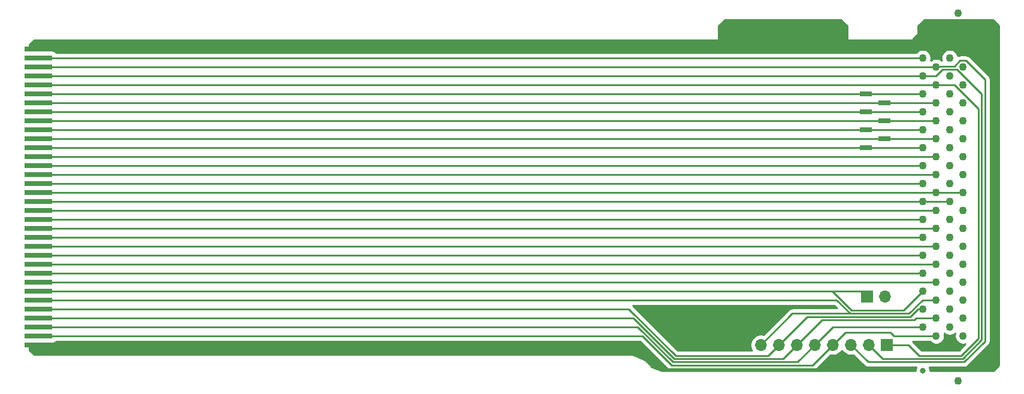
<source format=gbr>
%TF.GenerationSoftware,KiCad,Pcbnew,(5.1.10)-1*%
%TF.CreationDate,2021-12-05T17:06:37+00:00*%
%TF.ProjectId,devboard,64657662-6f61-4726-942e-6b696361645f,rev?*%
%TF.SameCoordinates,Original*%
%TF.FileFunction,Copper,L1,Top*%
%TF.FilePolarity,Positive*%
%FSLAX46Y46*%
G04 Gerber Fmt 4.6, Leading zero omitted, Abs format (unit mm)*
G04 Created by KiCad (PCBNEW (5.1.10)-1) date 2021-12-05 17:06:37*
%MOMM*%
%LPD*%
G01*
G04 APERTURE LIST*
%TA.AperFunction,ComponentPad*%
%ADD10C,1.100000*%
%TD*%
%TA.AperFunction,SMDPad,CuDef*%
%ADD11R,1.800000X0.650000*%
%TD*%
%TA.AperFunction,ComponentPad*%
%ADD12O,1.700000X1.700000*%
%TD*%
%TA.AperFunction,ComponentPad*%
%ADD13R,1.700000X1.700000*%
%TD*%
%TA.AperFunction,SMDPad,CuDef*%
%ADD14R,4.000000X0.800000*%
%TD*%
%TA.AperFunction,ViaPad*%
%ADD15C,0.800000*%
%TD*%
%TA.AperFunction,Conductor*%
%ADD16C,0.250000*%
%TD*%
%TA.AperFunction,Conductor*%
%ADD17C,0.254000*%
%TD*%
%TA.AperFunction,Conductor*%
%ADD18C,0.100000*%
%TD*%
G04 APERTURE END LIST*
D10*
%TO.P,J2,MH2*%
%TO.N,N/C*%
X209231000Y-109347000D03*
%TO.P,J2,MH1*%
X209231000Y-57277000D03*
%TO.P,J2,68*%
%TO.N,GND*%
X209931000Y-62357000D03*
%TO.P,J2,67*%
%TO.N,/CD2*%
X208026000Y-63627000D03*
%TO.P,J2,66*%
%TO.N,/D10*%
X209931000Y-64897000D03*
%TO.P,J2,65*%
%TO.N,/D9*%
X208026000Y-66167000D03*
%TO.P,J2,64*%
%TO.N,/D8*%
X209931000Y-67437000D03*
%TO.P,J2,63*%
%TO.N,/STSHG*%
X208026000Y-68707000D03*
%TO.P,J2,62*%
%TO.N,/SPKR*%
X209931000Y-69977000D03*
%TO.P,J2,61*%
%TO.N,/REG*%
X208026000Y-71247000D03*
%TO.P,J2,60*%
%TO.N,/INPACK*%
X209931000Y-72517000D03*
%TO.P,J2,59*%
%TO.N,/WAIT*%
X208026000Y-73787000D03*
%TO.P,J2,58*%
%TO.N,/RESET*%
X209931000Y-75057000D03*
%TO.P,J2,57*%
%TO.N,/VS2*%
X208026000Y-76327000D03*
%TO.P,J2,56*%
%TO.N,/A25*%
X209931000Y-77597000D03*
%TO.P,J2,55*%
%TO.N,/A24*%
X208026000Y-78867000D03*
%TO.P,J2,54*%
%TO.N,/A23*%
X209931000Y-80137000D03*
%TO.P,J2,53*%
%TO.N,/A22*%
X208026000Y-81407000D03*
%TO.P,J2,52*%
%TO.N,/VPP*%
X209931000Y-82677000D03*
%TO.P,J2,51*%
%TO.N,/VCC*%
X208026000Y-83947000D03*
%TO.P,J2,50*%
%TO.N,/A21*%
X209931000Y-85217000D03*
%TO.P,J2,49*%
%TO.N,/A20*%
X208026000Y-86487000D03*
%TO.P,J2,48*%
%TO.N,/A19*%
X209931000Y-87757000D03*
%TO.P,J2,47*%
%TO.N,/A18*%
X208026000Y-89027000D03*
%TO.P,J2,46*%
%TO.N,/A17*%
X209931000Y-90297000D03*
%TO.P,J2,45*%
%TO.N,/IOWR*%
X208026000Y-91567000D03*
%TO.P,J2,44*%
%TO.N,/IORD*%
X209931000Y-92837000D03*
%TO.P,J2,43*%
%TO.N,/VS1*%
X208026000Y-94107000D03*
%TO.P,J2,42*%
%TO.N,/CE2*%
X209931000Y-95377000D03*
%TO.P,J2,41*%
%TO.N,/D15*%
X208026000Y-96647000D03*
%TO.P,J2,40*%
%TO.N,/D14*%
X209931000Y-97917000D03*
%TO.P,J2,39*%
%TO.N,/D13*%
X208026000Y-99187000D03*
%TO.P,J2,38*%
%TO.N,/D12*%
X209931000Y-100457000D03*
%TO.P,J2,37*%
%TO.N,/D11*%
X208026000Y-101727000D03*
%TO.P,J2,36*%
%TO.N,/CD1*%
X209931000Y-102997000D03*
%TO.P,J2,35*%
%TO.N,GND*%
X208026000Y-104267000D03*
%TO.P,J2,34*%
X206122000Y-62357000D03*
%TO.P,J2,33*%
%TO.N,/IOIS16*%
X204216000Y-63627000D03*
%TO.P,J2,32*%
%TO.N,/D2*%
X206122000Y-64897000D03*
%TO.P,J2,31*%
%TO.N,/D1*%
X204216000Y-66167000D03*
%TO.P,J2,30*%
%TO.N,/D0*%
X206122000Y-67437000D03*
%TO.P,J2,29*%
%TO.N,/A0*%
X204216000Y-68707000D03*
%TO.P,J2,28*%
%TO.N,/A1*%
X206122000Y-69977000D03*
%TO.P,J2,27*%
%TO.N,/A2*%
X204216000Y-71247000D03*
%TO.P,J2,26*%
%TO.N,/A3*%
X206122000Y-72517000D03*
%TO.P,J2,25*%
%TO.N,/A4*%
X204216000Y-73787000D03*
%TO.P,J2,24*%
%TO.N,/A5*%
X206122000Y-75057000D03*
%TO.P,J2,23*%
%TO.N,/A6*%
X204216000Y-76327000D03*
%TO.P,J2,22*%
%TO.N,/A7*%
X206122000Y-77597000D03*
%TO.P,J2,21*%
%TO.N,/A12*%
X204216000Y-78867000D03*
%TO.P,J2,20*%
%TO.N,/A15*%
X206122000Y-80137000D03*
%TO.P,J2,19*%
%TO.N,/A16*%
X204216000Y-81407000D03*
%TO.P,J2,18*%
%TO.N,/VPP*%
X206122000Y-82677000D03*
%TO.P,J2,17*%
%TO.N,/VCC*%
X204216000Y-83947000D03*
%TO.P,J2,16*%
%TO.N,/IREQ*%
X206122000Y-85217000D03*
%TO.P,J2,15*%
%TO.N,/WE*%
X204216000Y-86487000D03*
%TO.P,J2,14*%
%TO.N,/A14*%
X206122000Y-87757000D03*
%TO.P,J2,13*%
%TO.N,/A13*%
X204216000Y-89027000D03*
%TO.P,J2,12*%
%TO.N,/A8*%
X206122000Y-90297000D03*
%TO.P,J2,11*%
%TO.N,/A9*%
X204216000Y-91567000D03*
%TO.P,J2,10*%
%TO.N,/A11*%
X206122000Y-92837000D03*
%TO.P,J2,9*%
%TO.N,/OE*%
X204216000Y-94107000D03*
%TO.P,J2,8*%
%TO.N,/A10*%
X206122000Y-95377000D03*
%TO.P,J2,7*%
%TO.N,/CE1*%
X204216000Y-96647000D03*
%TO.P,J2,6*%
%TO.N,/D7*%
X206122000Y-97917000D03*
%TO.P,J2,5*%
%TO.N,/D6*%
X204216000Y-99187000D03*
%TO.P,J2,4*%
%TO.N,/D5*%
X206122000Y-100457000D03*
%TO.P,J2,3*%
%TO.N,/D4*%
X204216000Y-101727000D03*
%TO.P,J2,2*%
%TO.N,/D3*%
X206122000Y-102997000D03*
%TO.P,J2,1*%
%TO.N,GND*%
X204216000Y-104267000D03*
%TD*%
D11*
%TO.P,J4,6*%
%TO.N,/A5*%
X198835000Y-75057000D03*
%TO.P,J4,4*%
%TO.N,/A3*%
X198835000Y-72517000D03*
%TO.P,J4,2*%
%TO.N,/A1*%
X198835000Y-69977000D03*
%TO.P,J4,7*%
%TO.N,/A6*%
X196135000Y-76327000D03*
%TO.P,J4,5*%
%TO.N,/A4*%
X196135000Y-73787000D03*
%TO.P,J4,3*%
%TO.N,/A2*%
X196135000Y-71247000D03*
%TO.P,J4,1*%
%TO.N,/A0*%
X196135000Y-68707000D03*
%TD*%
D12*
%TO.P,J7,4*%
%TO.N,GND*%
X181356000Y-59944000D03*
%TO.P,J7,3*%
X183896000Y-59944000D03*
%TO.P,J7,2*%
X186436000Y-59944000D03*
D13*
%TO.P,J7,1*%
X188976000Y-59944000D03*
%TD*%
D12*
%TO.P,J6,2*%
%TO.N,/CE2*%
X198882000Y-97409000D03*
D13*
%TO.P,J6,1*%
%TO.N,/CE1*%
X196342000Y-97409000D03*
%TD*%
D12*
%TO.P,J3,8*%
%TO.N,/D7*%
X181356000Y-104267000D03*
%TO.P,J3,7*%
%TO.N,/D6*%
X183896000Y-104267000D03*
%TO.P,J3,6*%
%TO.N,/D5*%
X186436000Y-104267000D03*
%TO.P,J3,5*%
%TO.N,/D4*%
X188976000Y-104267000D03*
%TO.P,J3,4*%
%TO.N,/D3*%
X191516000Y-104267000D03*
%TO.P,J3,3*%
%TO.N,/D2*%
X194056000Y-104267000D03*
%TO.P,J3,2*%
%TO.N,/D1*%
X196596000Y-104267000D03*
D13*
%TO.P,J3,1*%
%TO.N,/D0*%
X199136000Y-104267000D03*
%TD*%
D14*
%TO.P,J1,1*%
%TO.N,GND*%
X79280000Y-104262000D03*
%TO.P,J1,2*%
%TO.N,/D3*%
X79280000Y-102992000D03*
%TO.P,J1,3*%
%TO.N,/D4*%
X79280000Y-101722000D03*
%TO.P,J1,4*%
%TO.N,/D5*%
X79280000Y-100452000D03*
%TO.P,J1,5*%
%TO.N,/D6*%
X79280000Y-99182000D03*
%TO.P,J1,6*%
%TO.N,/D7*%
X79280000Y-97912000D03*
%TO.P,J1,7*%
%TO.N,/CE1*%
X79280000Y-96642000D03*
%TO.P,J1,8*%
%TO.N,/A10*%
X79280000Y-95372000D03*
%TO.P,J1,9*%
%TO.N,/OE*%
X79280000Y-94102000D03*
%TO.P,J1,10*%
%TO.N,/A11*%
X79280000Y-92832000D03*
%TO.P,J1,11*%
%TO.N,/A9*%
X79280000Y-91562000D03*
%TO.P,J1,12*%
%TO.N,/A8*%
X79280000Y-90292000D03*
%TO.P,J1,13*%
%TO.N,/A13*%
X79280000Y-89022000D03*
%TO.P,J1,14*%
%TO.N,/A14*%
X79280000Y-87752000D03*
%TO.P,J1,15*%
%TO.N,/WE*%
X79280000Y-86482000D03*
%TO.P,J1,16*%
%TO.N,/IREQ*%
X79280000Y-85212000D03*
%TO.P,J1,17*%
%TO.N,/VCC*%
X79280000Y-83942000D03*
%TO.P,J1,18*%
%TO.N,/VPP*%
X79280000Y-82672000D03*
%TO.P,J1,19*%
%TO.N,/A16*%
X79280000Y-81402000D03*
%TO.P,J1,20*%
%TO.N,/A15*%
X79280000Y-80132000D03*
%TO.P,J1,21*%
%TO.N,/A12*%
X79280000Y-78862000D03*
%TO.P,J1,22*%
%TO.N,/A7*%
X79280000Y-77592000D03*
%TO.P,J1,23*%
%TO.N,/A6*%
X79280000Y-76322000D03*
%TO.P,J1,24*%
%TO.N,/A5*%
X79280000Y-75052000D03*
%TO.P,J1,25*%
%TO.N,/A4*%
X79280000Y-73782000D03*
%TO.P,J1,26*%
%TO.N,/A3*%
X79280000Y-72512000D03*
%TO.P,J1,27*%
%TO.N,/A2*%
X79280000Y-71242000D03*
%TO.P,J1,28*%
%TO.N,/A1*%
X79280000Y-69972000D03*
%TO.P,J1,29*%
%TO.N,/A0*%
X79280000Y-68702000D03*
%TO.P,J1,30*%
%TO.N,/D0*%
X79280000Y-67432000D03*
%TO.P,J1,31*%
%TO.N,/D1*%
X79280000Y-66162000D03*
%TO.P,J1,32*%
%TO.N,/D2*%
X79280000Y-64892000D03*
%TO.P,J1,33*%
%TO.N,/IOIS16*%
X79280000Y-63622000D03*
%TO.P,J1,34*%
%TO.N,GND*%
X79280000Y-62352000D03*
%TD*%
D15*
%TO.N,GND*%
X164211000Y-104267000D03*
X173360000Y-104262000D03*
X82677000Y-61595000D03*
X82677000Y-105156000D03*
X213741000Y-105156000D03*
X213741000Y-61595000D03*
X138811000Y-105283000D03*
X138811000Y-61722000D03*
X192786000Y-107061000D03*
%TO.N,/GND*%
X204216000Y-107950000D03*
%TO.N,GND*%
X204724000Y-59436000D03*
%TD*%
D16*
%TO.N,GND*%
X206117000Y-62352000D02*
X206122000Y-62357000D01*
X79280000Y-62352000D02*
X206117000Y-62352000D01*
X206122000Y-62357000D02*
X209931000Y-62357000D01*
X204216000Y-104267000D02*
X208026000Y-104267000D01*
X204211000Y-104262000D02*
X204216000Y-104267000D01*
X79285000Y-104267000D02*
X79280000Y-104262000D01*
X164211000Y-104267000D02*
X79285000Y-104267000D01*
X167640000Y-107696000D02*
X164211000Y-104267000D01*
X190119000Y-107696000D02*
X167640000Y-107696000D01*
%TO.N,/D3*%
X206117000Y-102992000D02*
X206122000Y-102997000D01*
X191516000Y-104267000D02*
X193294000Y-102489000D01*
X200151002Y-102997000D02*
X206122000Y-102997000D01*
X199643002Y-102489000D02*
X200151002Y-102997000D01*
X193294000Y-102489000D02*
X199643002Y-102489000D01*
X168736030Y-107141030D02*
X188641970Y-107141030D01*
X188641970Y-107141030D02*
X191516000Y-104267000D01*
X164587000Y-102992000D02*
X168736030Y-107141030D01*
X79280000Y-102992000D02*
X164587000Y-102992000D01*
%TO.N,/D4*%
X204211000Y-101722000D02*
X204216000Y-101727000D01*
X191516000Y-101727000D02*
X188976000Y-104267000D01*
X192786000Y-101727000D02*
X191516000Y-101727000D01*
X204216000Y-101727000D02*
X192786000Y-101727000D01*
X192786000Y-101727000D02*
X192619000Y-101727000D01*
X186551980Y-106691020D02*
X188976000Y-104267000D01*
X180349610Y-106691020D02*
X181748020Y-106691020D01*
X181748020Y-106691020D02*
X186551980Y-106691020D01*
X163953410Y-101722000D02*
X162438000Y-101722000D01*
X168922430Y-106691020D02*
X163953410Y-101722000D01*
X180074980Y-106691020D02*
X168922430Y-106691020D01*
X79280000Y-101722000D02*
X162438000Y-101722000D01*
X181748020Y-106691020D02*
X180074980Y-106691020D01*
X180074980Y-106691020D02*
X178711430Y-106691020D01*
%TO.N,/D5*%
X203327000Y-100457000D02*
X206122000Y-100457000D01*
X203048960Y-100735040D02*
X203327000Y-100457000D01*
X194031960Y-100735040D02*
X203048960Y-100735040D01*
X193577810Y-100735040D02*
X194031960Y-100735040D01*
X189967960Y-100735040D02*
X186436000Y-104267000D01*
X191070960Y-100735040D02*
X191286040Y-100735040D01*
X191286040Y-100735040D02*
X189967960Y-100735040D01*
X191286040Y-100735040D02*
X194031960Y-100735040D01*
X162946000Y-100452000D02*
X79280000Y-100452000D01*
X163319820Y-100452000D02*
X162946000Y-100452000D01*
X169108830Y-106241010D02*
X163319820Y-100452000D01*
X184461990Y-106241010D02*
X169108830Y-106241010D01*
X186436000Y-104267000D02*
X184461990Y-106241010D01*
%TO.N,/D6*%
X203576770Y-99187000D02*
X204216000Y-99187000D01*
X202478740Y-100285030D02*
X203576770Y-99187000D01*
X187877970Y-100285030D02*
X194735970Y-100285030D01*
X183896000Y-104267000D02*
X187877970Y-100285030D01*
X194735970Y-100285030D02*
X202478740Y-100285030D01*
X193764210Y-100285030D02*
X194735970Y-100285030D01*
X161676000Y-99182000D02*
X79280000Y-99182000D01*
X162686230Y-99182000D02*
X161676000Y-99182000D01*
X169295230Y-105791000D02*
X162686230Y-99182000D01*
X182372000Y-105791000D02*
X169295230Y-105791000D01*
X183896000Y-104267000D02*
X182372000Y-105791000D01*
%TO.N,/D7*%
X204180630Y-97917000D02*
X206122000Y-97917000D01*
X202262610Y-99835020D02*
X204180630Y-97917000D01*
X185787980Y-99835020D02*
X181356000Y-104267000D01*
X195085020Y-99835020D02*
X202262610Y-99835020D01*
X187973020Y-99835020D02*
X194196020Y-99835020D01*
X193950610Y-99835020D02*
X194196020Y-99835020D01*
X79280000Y-97912000D02*
X176154000Y-97912000D01*
X194196020Y-99835020D02*
X195085020Y-99835020D01*
X193950610Y-99835020D02*
X194450020Y-99835020D01*
X185679000Y-97912000D02*
X192027590Y-97912000D01*
X194450020Y-99835020D02*
X185787980Y-99835020D01*
X192027590Y-97912000D02*
X193950610Y-99835020D01*
X195085020Y-99835020D02*
X194450020Y-99835020D01*
X176154000Y-97912000D02*
X185679000Y-97912000D01*
X185679000Y-97912000D02*
X186050000Y-97912000D01*
%TO.N,/CE1*%
X195575000Y-96642000D02*
X196342000Y-97409000D01*
X79280000Y-96642000D02*
X190632000Y-96642000D01*
X190632000Y-96642000D02*
X191130000Y-96642000D01*
X201477990Y-99385010D02*
X204216000Y-96647000D01*
X194137010Y-99385010D02*
X201477990Y-99385010D01*
X191394000Y-96642000D02*
X194137010Y-99385010D01*
X190632000Y-96642000D02*
X191394000Y-96642000D01*
X191394000Y-96642000D02*
X195575000Y-96642000D01*
%TO.N,/A10*%
X206117000Y-95372000D02*
X206122000Y-95377000D01*
X79280000Y-95372000D02*
X206117000Y-95372000D01*
%TO.N,/OE*%
X204211000Y-94102000D02*
X204216000Y-94107000D01*
X79280000Y-94102000D02*
X204211000Y-94102000D01*
%TO.N,/A11*%
X206117000Y-92832000D02*
X206122000Y-92837000D01*
X79280000Y-92832000D02*
X206117000Y-92832000D01*
%TO.N,/A9*%
X204211000Y-91562000D02*
X204216000Y-91567000D01*
X196977000Y-91567000D02*
X196972000Y-91562000D01*
X204216000Y-91567000D02*
X196977000Y-91567000D01*
X79280000Y-91562000D02*
X196972000Y-91562000D01*
%TO.N,/A8*%
X79280000Y-90292000D02*
X206117000Y-90292000D01*
X206117000Y-90292000D02*
X206122000Y-90297000D01*
%TO.N,/A13*%
X79280000Y-89022000D02*
X204211000Y-89022000D01*
X204211000Y-89022000D02*
X204216000Y-89027000D01*
%TO.N,/A14*%
X206117000Y-87752000D02*
X206122000Y-87757000D01*
X79280000Y-87752000D02*
X206117000Y-87752000D01*
%TO.N,/WE*%
X204211000Y-86482000D02*
X204216000Y-86487000D01*
X79280000Y-86482000D02*
X204211000Y-86482000D01*
%TO.N,/IREQ*%
X206117000Y-85212000D02*
X206122000Y-85217000D01*
X79280000Y-85212000D02*
X206117000Y-85212000D01*
%TO.N,/VCC*%
X204211000Y-83942000D02*
X204216000Y-83947000D01*
X79280000Y-83942000D02*
X204211000Y-83942000D01*
X204216000Y-83947000D02*
X208026000Y-83947000D01*
%TO.N,/VPP*%
X206122000Y-82677000D02*
X209931000Y-82677000D01*
X206117000Y-82672000D02*
X206122000Y-82677000D01*
X79280000Y-82672000D02*
X206117000Y-82672000D01*
%TO.N,/A16*%
X204211000Y-81402000D02*
X204216000Y-81407000D01*
X79280000Y-81402000D02*
X204211000Y-81402000D01*
%TO.N,/A15*%
X206117000Y-80132000D02*
X206122000Y-80137000D01*
X79280000Y-80132000D02*
X206117000Y-80132000D01*
%TO.N,/A12*%
X204211000Y-78862000D02*
X204216000Y-78867000D01*
X79280000Y-78862000D02*
X204211000Y-78862000D01*
%TO.N,/A7*%
X204241002Y-77597000D02*
X206122000Y-77597000D01*
X204236002Y-77592000D02*
X204241002Y-77597000D01*
X79280000Y-77592000D02*
X204236002Y-77592000D01*
%TO.N,/A6*%
X202981002Y-76327000D02*
X204216000Y-76327000D01*
X202976002Y-76322000D02*
X202981002Y-76327000D01*
X79280000Y-76322000D02*
X202976002Y-76322000D01*
%TO.N,/A5*%
X206117000Y-75052000D02*
X206122000Y-75057000D01*
X79280000Y-75052000D02*
X206117000Y-75052000D01*
%TO.N,/A4*%
X204211000Y-73782000D02*
X204216000Y-73787000D01*
X79280000Y-73782000D02*
X204211000Y-73782000D01*
%TO.N,/A3*%
X206117000Y-72512000D02*
X206122000Y-72517000D01*
X79280000Y-72512000D02*
X206117000Y-72512000D01*
%TO.N,/A2*%
X204211000Y-71242000D02*
X204216000Y-71247000D01*
X79280000Y-71242000D02*
X204211000Y-71242000D01*
%TO.N,/A1*%
X206117000Y-69972000D02*
X206122000Y-69977000D01*
X79280000Y-69972000D02*
X206117000Y-69972000D01*
%TO.N,/A0*%
X204211000Y-68702000D02*
X204216000Y-68707000D01*
X79280000Y-68702000D02*
X204211000Y-68702000D01*
%TO.N,/D0*%
X206117000Y-67432000D02*
X206122000Y-67437000D01*
X79280000Y-67432000D02*
X206117000Y-67432000D01*
X199136000Y-104267000D02*
X202184000Y-104267000D01*
X202184000Y-104267000D02*
X203708000Y-105791000D01*
X203708000Y-105791000D02*
X209677000Y-105791000D01*
X209677000Y-105791000D02*
X212090000Y-103378000D01*
X208686002Y-67437000D02*
X206122000Y-67437000D01*
X212090000Y-70840998D02*
X208686002Y-67437000D01*
X212090000Y-103378000D02*
X212090000Y-70840998D01*
%TO.N,/D1*%
X204211000Y-66162000D02*
X204216000Y-66167000D01*
X79280000Y-66162000D02*
X204211000Y-66162000D01*
X206122000Y-66167000D02*
X204216000Y-66167000D01*
X209081001Y-65291999D02*
X206997001Y-65291999D01*
X206997001Y-65291999D02*
X206122000Y-66167000D01*
X211256011Y-67467009D02*
X211150001Y-67360999D01*
X211150001Y-67360999D02*
X209081001Y-65291999D01*
X212540010Y-68751008D02*
X211150001Y-67360999D01*
X212540010Y-103564400D02*
X212540010Y-68751008D01*
X209863401Y-106241009D02*
X212540010Y-103564400D01*
X198570009Y-106241009D02*
X209863401Y-106241009D01*
X196596000Y-104267000D02*
X198570009Y-106241009D01*
%TO.N,/D2*%
X206117000Y-64892000D02*
X206122000Y-64897000D01*
X79280000Y-64892000D02*
X206117000Y-64892000D01*
X211706021Y-65377019D02*
X210351001Y-64021999D01*
X210351001Y-64021999D02*
X209510999Y-64021999D01*
X212990020Y-66661018D02*
X210351001Y-64021999D01*
X206177011Y-64841989D02*
X206122000Y-64897000D01*
X212990020Y-103750800D02*
X212990020Y-66661018D01*
X209510999Y-64021999D02*
X208691009Y-64841989D01*
X210049802Y-106691018D02*
X212990020Y-103750800D01*
X208691009Y-64841989D02*
X206177011Y-64841989D01*
X196480019Y-106691019D02*
X210049802Y-106691018D01*
X194056000Y-104267000D02*
X196480019Y-106691019D01*
%TO.N,/IOIS16*%
X204211000Y-63622000D02*
X204216000Y-63627000D01*
X79280000Y-63622000D02*
X204211000Y-63622000D01*
%TO.N,GND*%
X181356000Y-59944000D02*
X183896000Y-59944000D01*
X183896000Y-59944000D02*
X186436000Y-59944000D01*
X186436000Y-59944000D02*
X188976000Y-59944000D01*
X206122000Y-60834000D02*
X204724000Y-59436000D01*
X206122000Y-62357000D02*
X206122000Y-60834000D01*
%TD*%
D17*
%TO.N,GND*%
X168172235Y-107652038D02*
X168196029Y-107681031D01*
X168225022Y-107704825D01*
X168225026Y-107704829D01*
X168295715Y-107762841D01*
X168311754Y-107776004D01*
X168443783Y-107846576D01*
X168587044Y-107890033D01*
X168698697Y-107901030D01*
X168698706Y-107901030D01*
X168736029Y-107904706D01*
X168773352Y-107901030D01*
X188604648Y-107901030D01*
X188641970Y-107904706D01*
X188679292Y-107901030D01*
X188679303Y-107901030D01*
X188790956Y-107890033D01*
X188934217Y-107846576D01*
X189066246Y-107776004D01*
X189181971Y-107681031D01*
X189205774Y-107652027D01*
X191149592Y-105708210D01*
X191369740Y-105752000D01*
X191662260Y-105752000D01*
X191949158Y-105694932D01*
X192219411Y-105582990D01*
X192462632Y-105420475D01*
X192669475Y-105213632D01*
X192786000Y-105039240D01*
X192902525Y-105213632D01*
X193109368Y-105420475D01*
X193352589Y-105582990D01*
X193622842Y-105694932D01*
X193909740Y-105752000D01*
X194202260Y-105752000D01*
X194422408Y-105708209D01*
X195916225Y-107202027D01*
X195940019Y-107231020D01*
X195969012Y-107254814D01*
X195969016Y-107254818D01*
X196055743Y-107325993D01*
X196187772Y-107396565D01*
X196331033Y-107440022D01*
X196480019Y-107454696D01*
X196517352Y-107451019D01*
X203304626Y-107451018D01*
X203298795Y-107459744D01*
X203220774Y-107648102D01*
X203181000Y-107848061D01*
X203181000Y-107925000D01*
X167282302Y-107925000D01*
X165988834Y-107389228D01*
X165007910Y-106408304D01*
X164988664Y-106392510D01*
X164966708Y-106380774D01*
X163259601Y-105673667D01*
X163235776Y-105666440D01*
X163211000Y-105664000D01*
X78649606Y-105664000D01*
X78003000Y-105017394D01*
X78003000Y-104030072D01*
X81280000Y-104030072D01*
X81404482Y-104017812D01*
X81524180Y-103981502D01*
X81634494Y-103922537D01*
X81731185Y-103843185D01*
X81806018Y-103752000D01*
X164272199Y-103752000D01*
X168172235Y-107652038D01*
%TA.AperFunction,Conductor*%
D18*
G36*
X168172235Y-107652038D02*
G01*
X168196029Y-107681031D01*
X168225022Y-107704825D01*
X168225026Y-107704829D01*
X168295715Y-107762841D01*
X168311754Y-107776004D01*
X168443783Y-107846576D01*
X168587044Y-107890033D01*
X168698697Y-107901030D01*
X168698706Y-107901030D01*
X168736029Y-107904706D01*
X168773352Y-107901030D01*
X188604648Y-107901030D01*
X188641970Y-107904706D01*
X188679292Y-107901030D01*
X188679303Y-107901030D01*
X188790956Y-107890033D01*
X188934217Y-107846576D01*
X189066246Y-107776004D01*
X189181971Y-107681031D01*
X189205774Y-107652027D01*
X191149592Y-105708210D01*
X191369740Y-105752000D01*
X191662260Y-105752000D01*
X191949158Y-105694932D01*
X192219411Y-105582990D01*
X192462632Y-105420475D01*
X192669475Y-105213632D01*
X192786000Y-105039240D01*
X192902525Y-105213632D01*
X193109368Y-105420475D01*
X193352589Y-105582990D01*
X193622842Y-105694932D01*
X193909740Y-105752000D01*
X194202260Y-105752000D01*
X194422408Y-105708209D01*
X195916225Y-107202027D01*
X195940019Y-107231020D01*
X195969012Y-107254814D01*
X195969016Y-107254818D01*
X196055743Y-107325993D01*
X196187772Y-107396565D01*
X196331033Y-107440022D01*
X196480019Y-107454696D01*
X196517352Y-107451019D01*
X203304626Y-107451018D01*
X203298795Y-107459744D01*
X203220774Y-107648102D01*
X203181000Y-107848061D01*
X203181000Y-107925000D01*
X167282302Y-107925000D01*
X165988834Y-107389228D01*
X165007910Y-106408304D01*
X164988664Y-106392510D01*
X164966708Y-106380774D01*
X163259601Y-105673667D01*
X163235776Y-105666440D01*
X163211000Y-105664000D01*
X78649606Y-105664000D01*
X78003000Y-105017394D01*
X78003000Y-104030072D01*
X81280000Y-104030072D01*
X81404482Y-104017812D01*
X81524180Y-103981502D01*
X81634494Y-103922537D01*
X81731185Y-103843185D01*
X81806018Y-103752000D01*
X164272199Y-103752000D01*
X168172235Y-107652038D01*
G37*
%TD.AperFunction*%
D17*
X215011000Y-62012606D02*
X215011000Y-107151394D01*
X214237394Y-107925000D01*
X205251000Y-107925000D01*
X205251000Y-107848061D01*
X205211226Y-107648102D01*
X205133205Y-107459744D01*
X205127374Y-107451018D01*
X210012470Y-107451017D01*
X210049802Y-107454694D01*
X210087135Y-107451017D01*
X210198788Y-107440020D01*
X210242244Y-107426838D01*
X210342048Y-107396564D01*
X210474078Y-107325992D01*
X210560804Y-107254817D01*
X210560805Y-107254816D01*
X210589803Y-107231018D01*
X210613601Y-107202020D01*
X213501024Y-104314598D01*
X213530021Y-104290801D01*
X213624994Y-104175076D01*
X213695566Y-104043047D01*
X213739023Y-103899786D01*
X213750020Y-103788133D01*
X213750020Y-103788124D01*
X213753696Y-103750801D01*
X213750020Y-103713478D01*
X213750020Y-66698340D01*
X213753696Y-66661017D01*
X213750020Y-66623694D01*
X213750020Y-66623685D01*
X213739023Y-66512032D01*
X213695566Y-66368771D01*
X213624994Y-66236742D01*
X213611831Y-66220703D01*
X213553819Y-66150014D01*
X213553815Y-66150010D01*
X213530021Y-66121017D01*
X213501028Y-66097223D01*
X210914805Y-63511002D01*
X210891002Y-63481998D01*
X210775277Y-63387025D01*
X210643248Y-63316453D01*
X210499987Y-63272996D01*
X210388334Y-63261999D01*
X210388323Y-63261999D01*
X210351001Y-63258323D01*
X210313679Y-63261999D01*
X209548321Y-63261999D01*
X209510999Y-63258323D01*
X209473676Y-63261999D01*
X209473666Y-63261999D01*
X209362013Y-63272996D01*
X209218752Y-63316453D01*
X209176894Y-63338827D01*
X209165461Y-63281348D01*
X209076134Y-63065692D01*
X208946450Y-62871606D01*
X208781394Y-62706550D01*
X208587308Y-62576866D01*
X208371652Y-62487539D01*
X208142712Y-62442000D01*
X207909288Y-62442000D01*
X207680348Y-62487539D01*
X207464692Y-62576866D01*
X207270606Y-62706550D01*
X207105550Y-62871606D01*
X206975866Y-63065692D01*
X206886539Y-63281348D01*
X206841000Y-63510288D01*
X206841000Y-63743712D01*
X206886539Y-63972652D01*
X206895762Y-63994918D01*
X206877394Y-63976550D01*
X206683308Y-63846866D01*
X206467652Y-63757539D01*
X206238712Y-63712000D01*
X206005288Y-63712000D01*
X205776348Y-63757539D01*
X205560692Y-63846866D01*
X205366606Y-63976550D01*
X205344824Y-63998332D01*
X205355461Y-63972652D01*
X205401000Y-63743712D01*
X205401000Y-63510288D01*
X205355461Y-63281348D01*
X205266134Y-63065692D01*
X205136450Y-62871606D01*
X204971394Y-62706550D01*
X204777308Y-62576866D01*
X204561652Y-62487539D01*
X204332712Y-62442000D01*
X204099288Y-62442000D01*
X203870348Y-62487539D01*
X203654692Y-62576866D01*
X203460606Y-62706550D01*
X203305156Y-62862000D01*
X81806018Y-62862000D01*
X81731185Y-62770815D01*
X81634494Y-62691463D01*
X81524180Y-62632498D01*
X81404482Y-62596188D01*
X81280000Y-62583928D01*
X78003000Y-62583928D01*
X78003000Y-61733606D01*
X78649606Y-61087000D01*
X214085394Y-61087000D01*
X215011000Y-62012606D01*
%TA.AperFunction,Conductor*%
D18*
G36*
X215011000Y-62012606D02*
G01*
X215011000Y-107151394D01*
X214237394Y-107925000D01*
X205251000Y-107925000D01*
X205251000Y-107848061D01*
X205211226Y-107648102D01*
X205133205Y-107459744D01*
X205127374Y-107451018D01*
X210012470Y-107451017D01*
X210049802Y-107454694D01*
X210087135Y-107451017D01*
X210198788Y-107440020D01*
X210242244Y-107426838D01*
X210342048Y-107396564D01*
X210474078Y-107325992D01*
X210560804Y-107254817D01*
X210560805Y-107254816D01*
X210589803Y-107231018D01*
X210613601Y-107202020D01*
X213501024Y-104314598D01*
X213530021Y-104290801D01*
X213624994Y-104175076D01*
X213695566Y-104043047D01*
X213739023Y-103899786D01*
X213750020Y-103788133D01*
X213750020Y-103788124D01*
X213753696Y-103750801D01*
X213750020Y-103713478D01*
X213750020Y-66698340D01*
X213753696Y-66661017D01*
X213750020Y-66623694D01*
X213750020Y-66623685D01*
X213739023Y-66512032D01*
X213695566Y-66368771D01*
X213624994Y-66236742D01*
X213611831Y-66220703D01*
X213553819Y-66150014D01*
X213553815Y-66150010D01*
X213530021Y-66121017D01*
X213501028Y-66097223D01*
X210914805Y-63511002D01*
X210891002Y-63481998D01*
X210775277Y-63387025D01*
X210643248Y-63316453D01*
X210499987Y-63272996D01*
X210388334Y-63261999D01*
X210388323Y-63261999D01*
X210351001Y-63258323D01*
X210313679Y-63261999D01*
X209548321Y-63261999D01*
X209510999Y-63258323D01*
X209473676Y-63261999D01*
X209473666Y-63261999D01*
X209362013Y-63272996D01*
X209218752Y-63316453D01*
X209176894Y-63338827D01*
X209165461Y-63281348D01*
X209076134Y-63065692D01*
X208946450Y-62871606D01*
X208781394Y-62706550D01*
X208587308Y-62576866D01*
X208371652Y-62487539D01*
X208142712Y-62442000D01*
X207909288Y-62442000D01*
X207680348Y-62487539D01*
X207464692Y-62576866D01*
X207270606Y-62706550D01*
X207105550Y-62871606D01*
X206975866Y-63065692D01*
X206886539Y-63281348D01*
X206841000Y-63510288D01*
X206841000Y-63743712D01*
X206886539Y-63972652D01*
X206895762Y-63994918D01*
X206877394Y-63976550D01*
X206683308Y-63846866D01*
X206467652Y-63757539D01*
X206238712Y-63712000D01*
X206005288Y-63712000D01*
X205776348Y-63757539D01*
X205560692Y-63846866D01*
X205366606Y-63976550D01*
X205344824Y-63998332D01*
X205355461Y-63972652D01*
X205401000Y-63743712D01*
X205401000Y-63510288D01*
X205355461Y-63281348D01*
X205266134Y-63065692D01*
X205136450Y-62871606D01*
X204971394Y-62706550D01*
X204777308Y-62576866D01*
X204561652Y-62487539D01*
X204332712Y-62442000D01*
X204099288Y-62442000D01*
X203870348Y-62487539D01*
X203654692Y-62576866D01*
X203460606Y-62706550D01*
X203305156Y-62862000D01*
X81806018Y-62862000D01*
X81731185Y-62770815D01*
X81634494Y-62691463D01*
X81524180Y-62632498D01*
X81404482Y-62596188D01*
X81280000Y-62583928D01*
X78003000Y-62583928D01*
X78003000Y-61733606D01*
X78649606Y-61087000D01*
X214085394Y-61087000D01*
X215011000Y-62012606D01*
G37*
%TD.AperFunction*%
D17*
X192115809Y-99075020D02*
X185825302Y-99075020D01*
X185787979Y-99071344D01*
X185750656Y-99075020D01*
X185750647Y-99075020D01*
X185638994Y-99086017D01*
X185495733Y-99129474D01*
X185363704Y-99200046D01*
X185247979Y-99295019D01*
X185224181Y-99324017D01*
X181722408Y-102825791D01*
X181502260Y-102782000D01*
X181209740Y-102782000D01*
X180922842Y-102839068D01*
X180652589Y-102951010D01*
X180409368Y-103113525D01*
X180202525Y-103320368D01*
X180040010Y-103563589D01*
X179928068Y-103833842D01*
X179871000Y-104120740D01*
X179871000Y-104413260D01*
X179928068Y-104700158D01*
X180040010Y-104970411D01*
X180080494Y-105031000D01*
X169610033Y-105031000D01*
X163251031Y-98672000D01*
X191712789Y-98672000D01*
X192115809Y-99075020D01*
%TA.AperFunction,Conductor*%
D18*
G36*
X192115809Y-99075020D02*
G01*
X185825302Y-99075020D01*
X185787979Y-99071344D01*
X185750656Y-99075020D01*
X185750647Y-99075020D01*
X185638994Y-99086017D01*
X185495733Y-99129474D01*
X185363704Y-99200046D01*
X185247979Y-99295019D01*
X185224181Y-99324017D01*
X181722408Y-102825791D01*
X181502260Y-102782000D01*
X181209740Y-102782000D01*
X180922842Y-102839068D01*
X180652589Y-102951010D01*
X180409368Y-103113525D01*
X180202525Y-103320368D01*
X180040010Y-103563589D01*
X179928068Y-103833842D01*
X179871000Y-104120740D01*
X179871000Y-104413260D01*
X179928068Y-104700158D01*
X180040010Y-104970411D01*
X180080494Y-105031000D01*
X169610033Y-105031000D01*
X163251031Y-98672000D01*
X191712789Y-98672000D01*
X192115809Y-99075020D01*
G37*
%TD.AperFunction*%
D17*
X208791539Y-102651348D02*
X208746000Y-102880288D01*
X208746000Y-103113712D01*
X208791539Y-103342652D01*
X208880866Y-103558308D01*
X209010550Y-103752394D01*
X209175606Y-103917450D01*
X209369692Y-104047134D01*
X209585348Y-104136461D01*
X209814288Y-104182000D01*
X210047712Y-104182000D01*
X210251793Y-104141406D01*
X209362199Y-105031000D01*
X204022803Y-105031000D01*
X202748801Y-103757000D01*
X205206156Y-103757000D01*
X205366606Y-103917450D01*
X205560692Y-104047134D01*
X205776348Y-104136461D01*
X206005288Y-104182000D01*
X206238712Y-104182000D01*
X206467652Y-104136461D01*
X206683308Y-104047134D01*
X206877394Y-103917450D01*
X207042450Y-103752394D01*
X207172134Y-103558308D01*
X207261461Y-103342652D01*
X207307000Y-103113712D01*
X207307000Y-102880288D01*
X207261461Y-102651348D01*
X207252238Y-102629082D01*
X207270606Y-102647450D01*
X207464692Y-102777134D01*
X207680348Y-102866461D01*
X207909288Y-102912000D01*
X208142712Y-102912000D01*
X208371652Y-102866461D01*
X208587308Y-102777134D01*
X208781394Y-102647450D01*
X208801469Y-102627375D01*
X208791539Y-102651348D01*
%TA.AperFunction,Conductor*%
D18*
G36*
X208791539Y-102651348D02*
G01*
X208746000Y-102880288D01*
X208746000Y-103113712D01*
X208791539Y-103342652D01*
X208880866Y-103558308D01*
X209010550Y-103752394D01*
X209175606Y-103917450D01*
X209369692Y-104047134D01*
X209585348Y-104136461D01*
X209814288Y-104182000D01*
X210047712Y-104182000D01*
X210251793Y-104141406D01*
X209362199Y-105031000D01*
X204022803Y-105031000D01*
X202748801Y-103757000D01*
X205206156Y-103757000D01*
X205366606Y-103917450D01*
X205560692Y-104047134D01*
X205776348Y-104136461D01*
X206005288Y-104182000D01*
X206238712Y-104182000D01*
X206467652Y-104136461D01*
X206683308Y-104047134D01*
X206877394Y-103917450D01*
X207042450Y-103752394D01*
X207172134Y-103558308D01*
X207261461Y-103342652D01*
X207307000Y-103113712D01*
X207307000Y-102880288D01*
X207261461Y-102651348D01*
X207252238Y-102629082D01*
X207270606Y-102647450D01*
X207464692Y-102777134D01*
X207680348Y-102866461D01*
X207909288Y-102912000D01*
X208142712Y-102912000D01*
X208371652Y-102866461D01*
X208587308Y-102777134D01*
X208781394Y-102647450D01*
X208801469Y-102627375D01*
X208791539Y-102651348D01*
G37*
%TD.AperFunction*%
%TD*%
D17*
%TO.N,GND*%
X215011000Y-59091606D02*
X215011000Y-63590394D01*
X214085394Y-64516000D01*
X213523606Y-64516000D01*
X212598000Y-63590394D01*
X212598000Y-63357000D01*
X212595560Y-63332224D01*
X212588333Y-63308399D01*
X212576597Y-63286443D01*
X212560803Y-63267197D01*
X211560803Y-62267197D01*
X211541557Y-62251403D01*
X211519601Y-62239667D01*
X211495776Y-62232440D01*
X211471000Y-62230000D01*
X202681106Y-62230000D01*
X202109606Y-61658500D01*
X202681106Y-61087000D01*
X202692000Y-61087000D01*
X202716776Y-61084560D01*
X202740601Y-61077333D01*
X202762557Y-61065597D01*
X202781803Y-61049803D01*
X203543803Y-60287803D01*
X203559597Y-60268557D01*
X203571333Y-60246601D01*
X203578560Y-60222776D01*
X203581000Y-60198000D01*
X203581000Y-59091606D01*
X204481606Y-58191000D01*
X214110394Y-58191000D01*
X215011000Y-59091606D01*
%TA.AperFunction,Conductor*%
D18*
G36*
X215011000Y-59091606D02*
G01*
X215011000Y-63590394D01*
X214085394Y-64516000D01*
X213523606Y-64516000D01*
X212598000Y-63590394D01*
X212598000Y-63357000D01*
X212595560Y-63332224D01*
X212588333Y-63308399D01*
X212576597Y-63286443D01*
X212560803Y-63267197D01*
X211560803Y-62267197D01*
X211541557Y-62251403D01*
X211519601Y-62239667D01*
X211495776Y-62232440D01*
X211471000Y-62230000D01*
X202681106Y-62230000D01*
X202109606Y-61658500D01*
X202681106Y-61087000D01*
X202692000Y-61087000D01*
X202716776Y-61084560D01*
X202740601Y-61077333D01*
X202762557Y-61065597D01*
X202781803Y-61049803D01*
X203543803Y-60287803D01*
X203559597Y-60268557D01*
X203571333Y-60246601D01*
X203578560Y-60222776D01*
X203581000Y-60198000D01*
X203581000Y-59091606D01*
X204481606Y-58191000D01*
X214110394Y-58191000D01*
X215011000Y-59091606D01*
G37*
%TD.AperFunction*%
%TD*%
D17*
%TO.N,GND*%
X193548000Y-59091606D02*
X193548000Y-61177394D01*
X192622394Y-62103000D01*
X176312606Y-62103000D01*
X175387000Y-61177394D01*
X175387000Y-59091606D01*
X176287606Y-58191000D01*
X192647394Y-58191000D01*
X193548000Y-59091606D01*
%TA.AperFunction,Conductor*%
D18*
G36*
X193548000Y-59091606D02*
G01*
X193548000Y-61177394D01*
X192622394Y-62103000D01*
X176312606Y-62103000D01*
X175387000Y-61177394D01*
X175387000Y-59091606D01*
X176287606Y-58191000D01*
X192647394Y-58191000D01*
X193548000Y-59091606D01*
G37*
%TD.AperFunction*%
%TD*%
M02*

</source>
